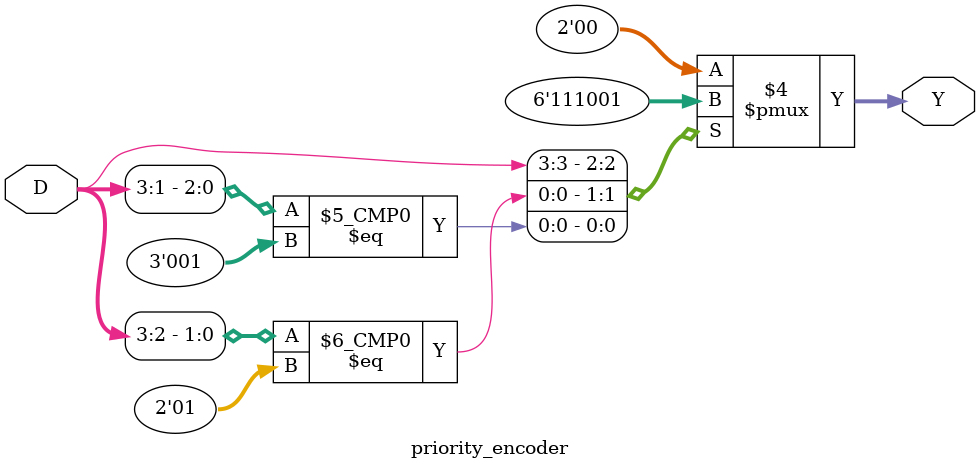
<source format=sv>
module priority_encoder (
  input [3:0]D,
  output reg [1:0]Y   
);

  always @(*) begin
    casez(D)
      4'b1??? : Y=2'b11;
      4'b01?? : Y=2'b10;
      4'b001? : Y=2'b01;
      4'b0001 : Y=2'b00;
      default : Y=2'b00;
    endcase
  end
endmodule

</source>
